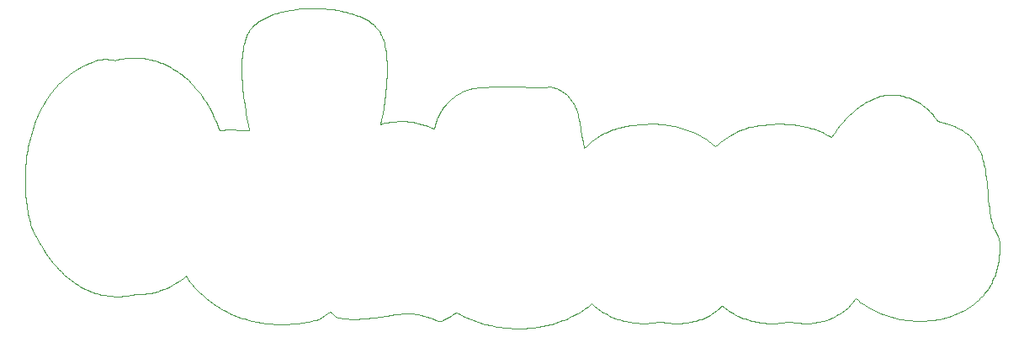
<source format=gbr>
G04 #@! TF.FileFunction,Profile,NP*
%FSLAX46Y46*%
G04 Gerber Fmt 4.6, Leading zero omitted, Abs format (unit mm)*
G04 Created by KiCad (PCBNEW 4.0.7) date 07/12/18 12:36:04*
%MOMM*%
%LPD*%
G01*
G04 APERTURE LIST*
%ADD10C,0.100000*%
G04 APERTURE END LIST*
D10*
X133049720Y-78282406D02*
X132584777Y-78285267D01*
X132584777Y-78285267D02*
X132121327Y-78302593D01*
X132121327Y-78302593D02*
X131661195Y-78334489D01*
X131661195Y-78334489D02*
X131206209Y-78381056D01*
X131206209Y-78381056D02*
X130758193Y-78442397D01*
X130758193Y-78442397D02*
X130537370Y-78478640D01*
X130537370Y-78478640D02*
X130318975Y-78518615D01*
X130318975Y-78518615D02*
X130103235Y-78562334D01*
X130103235Y-78562334D02*
X129890379Y-78609811D01*
X129890379Y-78609811D02*
X129680636Y-78661059D01*
X129680636Y-78661059D02*
X129474233Y-78716090D01*
X129474233Y-78716090D02*
X129271399Y-78774917D01*
X129271399Y-78774917D02*
X129072362Y-78837553D01*
X129072362Y-78837553D02*
X128877351Y-78904010D01*
X128877351Y-78904010D02*
X128686593Y-78974303D01*
X128686593Y-78974303D02*
X128500317Y-79048442D01*
X128500317Y-79048442D02*
X128318752Y-79126442D01*
X128318752Y-79126442D02*
X128142125Y-79208315D01*
X128142125Y-79208315D02*
X127970664Y-79294073D01*
X127970664Y-79294073D02*
X127804599Y-79383730D01*
X127804599Y-79383730D02*
X127644156Y-79477299D01*
X127644156Y-79477299D02*
X127489566Y-79574792D01*
X127489566Y-79574792D02*
X127341055Y-79676222D01*
X127341055Y-79676222D02*
X127198852Y-79781602D01*
X127198852Y-79781602D02*
X127063185Y-79890945D01*
X127063185Y-79890945D02*
X126934283Y-80004264D01*
X126934283Y-80004264D02*
X126812374Y-80121570D01*
X126812374Y-80121570D02*
X126728163Y-80211241D01*
X126728163Y-80211241D02*
X126647883Y-80306343D01*
X126647883Y-80306343D02*
X126571467Y-80406726D01*
X126571467Y-80406726D02*
X126498845Y-80512242D01*
X126498845Y-80512242D02*
X126429948Y-80622741D01*
X126429948Y-80622741D02*
X126364709Y-80738073D01*
X126364709Y-80738073D02*
X126303057Y-80858089D01*
X126303057Y-80858089D02*
X126244925Y-80982640D01*
X126244925Y-80982640D02*
X126190244Y-81111576D01*
X126190244Y-81111576D02*
X126138944Y-81244749D01*
X126138944Y-81244749D02*
X126090958Y-81382008D01*
X126090958Y-81382008D02*
X126046217Y-81523204D01*
X126046217Y-81523204D02*
X126004651Y-81668188D01*
X126004651Y-81668188D02*
X125966193Y-81816810D01*
X125966193Y-81816810D02*
X125898323Y-82124373D01*
X125898323Y-82124373D02*
X125842056Y-82444696D01*
X125842056Y-82444696D02*
X125796844Y-82776586D01*
X125796844Y-82776586D02*
X125762137Y-83118847D01*
X125762137Y-83118847D02*
X125737384Y-83470284D01*
X125737384Y-83470284D02*
X125722037Y-83829701D01*
X125722037Y-83829701D02*
X125715545Y-84195904D01*
X125715545Y-84195904D02*
X125717359Y-84567698D01*
X125717359Y-84567698D02*
X125726929Y-84943887D01*
X125726929Y-84943887D02*
X125743705Y-85323277D01*
X125743705Y-85323277D02*
X125767138Y-85704673D01*
X125767138Y-85704673D02*
X125796677Y-86086878D01*
X125796677Y-86086878D02*
X125831774Y-86468699D01*
X125831774Y-86468699D02*
X125871878Y-86848940D01*
X125871878Y-86848940D02*
X125916440Y-87226406D01*
X125916440Y-87226406D02*
X125964910Y-87599903D01*
X125964910Y-87599903D02*
X126016738Y-87968234D01*
X126016738Y-87968234D02*
X126128270Y-88684620D01*
X126128270Y-88684620D02*
X126246639Y-89366006D01*
X126246639Y-89366006D02*
X126367447Y-90002829D01*
X126367447Y-90002829D02*
X126486295Y-90585530D01*
X126486295Y-90585530D02*
X125739130Y-90546804D01*
X125739130Y-90546804D02*
X125362212Y-90532832D01*
X125362212Y-90532832D02*
X124983943Y-90524432D01*
X124983943Y-90524432D02*
X124604978Y-90523088D01*
X124604978Y-90523088D02*
X124225973Y-90530284D01*
X124225973Y-90530284D02*
X123847581Y-90547503D01*
X123847581Y-90547503D02*
X123470459Y-90576230D01*
X123470459Y-90576230D02*
X123349612Y-90245650D01*
X123349612Y-90245650D02*
X123221759Y-89917211D01*
X123221759Y-89917211D02*
X123086766Y-89591368D01*
X123086766Y-89591368D02*
X122944498Y-89268576D01*
X122944498Y-89268576D02*
X122794822Y-88949291D01*
X122794822Y-88949291D02*
X122637602Y-88633967D01*
X122637602Y-88633967D02*
X122472706Y-88323060D01*
X122472706Y-88323060D02*
X122299998Y-88017025D01*
X122299998Y-88017025D02*
X122119344Y-87716317D01*
X122119344Y-87716317D02*
X121930611Y-87421391D01*
X121930611Y-87421391D02*
X121733664Y-87132702D01*
X121733664Y-87132702D02*
X121528368Y-86850705D01*
X121528368Y-86850705D02*
X121314590Y-86575855D01*
X121314590Y-86575855D02*
X121092196Y-86308608D01*
X121092196Y-86308608D02*
X120861051Y-86049419D01*
X120861051Y-86049419D02*
X120621020Y-85798742D01*
X120621020Y-85798742D02*
X120341478Y-85527921D01*
X120341478Y-85527921D02*
X120051671Y-85268556D01*
X120051671Y-85268556D02*
X119902983Y-85143403D01*
X119902983Y-85143403D02*
X119751807Y-85021392D01*
X119751807Y-85021392D02*
X119598170Y-84902618D01*
X119598170Y-84902618D02*
X119442098Y-84787173D01*
X119442098Y-84787173D02*
X119283616Y-84675150D01*
X119283616Y-84675150D02*
X119122751Y-84566643D01*
X119122751Y-84566643D02*
X118959529Y-84461745D01*
X118959529Y-84461745D02*
X118793977Y-84360548D01*
X118793977Y-84360548D02*
X118626120Y-84263146D01*
X118626120Y-84263146D02*
X118455984Y-84169631D01*
X118455984Y-84169631D02*
X118283596Y-84080098D01*
X118283596Y-84080098D02*
X118108982Y-83994639D01*
X118108982Y-83994639D02*
X117932168Y-83913346D01*
X117932168Y-83913346D02*
X117753181Y-83836314D01*
X117753181Y-83836314D02*
X117572045Y-83763635D01*
X117572045Y-83763635D02*
X117388789Y-83695402D01*
X117388789Y-83695402D02*
X117203437Y-83631708D01*
X117203437Y-83631708D02*
X117016016Y-83572647D01*
X117016016Y-83572647D02*
X116826552Y-83518312D01*
X116826552Y-83518312D02*
X116635072Y-83468795D01*
X116635072Y-83468795D02*
X116441600Y-83424189D01*
X116441600Y-83424189D02*
X116246165Y-83384589D01*
X116246165Y-83384589D02*
X116048791Y-83350086D01*
X116048791Y-83350086D02*
X115849505Y-83320774D01*
X115849505Y-83320774D02*
X115648334Y-83296746D01*
X115648334Y-83296746D02*
X115445302Y-83278095D01*
X115445302Y-83278095D02*
X115240437Y-83264914D01*
X115240437Y-83264914D02*
X115033765Y-83257296D01*
X115033765Y-83257296D02*
X115030147Y-83257296D01*
X115030147Y-83257296D02*
X114778105Y-83257243D01*
X114778105Y-83257243D02*
X114523418Y-83267573D01*
X114523418Y-83267573D02*
X114266300Y-83287672D01*
X114266300Y-83287672D02*
X114006964Y-83316921D01*
X114006964Y-83316921D02*
X113745624Y-83354705D01*
X113745624Y-83354705D02*
X113482495Y-83400406D01*
X113482495Y-83400406D02*
X113217789Y-83453408D01*
X113217789Y-83453408D02*
X112951721Y-83513095D01*
X112951721Y-83513095D02*
X112948104Y-83513095D01*
X112948104Y-83513095D02*
X112834243Y-83502932D01*
X112834243Y-83502932D02*
X112695573Y-83480755D01*
X112695573Y-83480755D02*
X112532785Y-83453274D01*
X112532785Y-83453274D02*
X112346571Y-83427202D01*
X112346571Y-83427202D02*
X112137621Y-83409251D01*
X112137621Y-83409251D02*
X112024836Y-83405418D01*
X112024836Y-83405418D02*
X111906627Y-83406132D01*
X111906627Y-83406132D02*
X111783080Y-83412232D01*
X111783080Y-83412232D02*
X111654281Y-83424556D01*
X111654281Y-83424556D02*
X111520317Y-83443945D01*
X111520317Y-83443945D02*
X111381274Y-83471237D01*
X111381274Y-83471237D02*
X111325464Y-83485189D01*
X111325464Y-83485189D02*
X111001684Y-83587670D01*
X111001684Y-83587670D02*
X110685800Y-83700056D01*
X110685800Y-83700056D02*
X110377771Y-83822099D01*
X110377771Y-83822099D02*
X110077557Y-83953552D01*
X110077557Y-83953552D02*
X109785116Y-84094165D01*
X109785116Y-84094165D02*
X109500409Y-84243691D01*
X109500409Y-84243691D02*
X109223394Y-84401882D01*
X109223394Y-84401882D02*
X108954032Y-84568489D01*
X108954032Y-84568489D02*
X108692281Y-84743263D01*
X108692281Y-84743263D02*
X108438101Y-84925958D01*
X108438101Y-84925958D02*
X108191451Y-85116324D01*
X108191451Y-85116324D02*
X107952290Y-85314113D01*
X107952290Y-85314113D02*
X107720579Y-85519078D01*
X107720579Y-85519078D02*
X107496276Y-85730969D01*
X107496276Y-85730969D02*
X107279341Y-85949539D01*
X107279341Y-85949539D02*
X107069732Y-86174540D01*
X107069732Y-86174540D02*
X106867411Y-86405722D01*
X106867411Y-86405722D02*
X106672335Y-86642838D01*
X106672335Y-86642838D02*
X106484465Y-86885641D01*
X106484465Y-86885641D02*
X106303759Y-87133880D01*
X106303759Y-87133880D02*
X106130178Y-87387309D01*
X106130178Y-87387309D02*
X105963680Y-87645679D01*
X105963680Y-87645679D02*
X105804225Y-87908741D01*
X105804225Y-87908741D02*
X105651772Y-88176248D01*
X105651772Y-88176248D02*
X105506281Y-88447952D01*
X105506281Y-88447952D02*
X105367711Y-88723603D01*
X105367711Y-88723603D02*
X105236021Y-89002955D01*
X105236021Y-89002955D02*
X105111171Y-89285758D01*
X105111171Y-89285758D02*
X104993121Y-89571764D01*
X104993121Y-89571764D02*
X104881829Y-89860725D01*
X104881829Y-89860725D02*
X104777255Y-90152394D01*
X104777255Y-90152394D02*
X104679358Y-90446521D01*
X104679358Y-90446521D02*
X104587855Y-90742972D01*
X104587855Y-90742972D02*
X104502449Y-91041654D01*
X104502449Y-91041654D02*
X104423083Y-91342384D01*
X104423083Y-91342384D02*
X104349698Y-91644982D01*
X104349698Y-91644982D02*
X104282236Y-91949265D01*
X104282236Y-91949265D02*
X104220638Y-92255051D01*
X104220638Y-92255051D02*
X104164847Y-92562159D01*
X104164847Y-92562159D02*
X104114803Y-92870407D01*
X104114803Y-92870407D02*
X104070449Y-93179613D01*
X104070449Y-93179613D02*
X104031726Y-93489597D01*
X104031726Y-93489597D02*
X103998577Y-93800175D01*
X103998577Y-93800175D02*
X103970942Y-94111166D01*
X103970942Y-94111166D02*
X103948764Y-94422389D01*
X103948764Y-94422389D02*
X103931984Y-94733662D01*
X103931984Y-94733662D02*
X103920544Y-95044802D01*
X103920544Y-95044802D02*
X103914386Y-95355629D01*
X103914386Y-95355629D02*
X103913451Y-95665961D01*
X103913451Y-95665961D02*
X103917682Y-95975615D01*
X103917682Y-95975615D02*
X103927019Y-96284411D01*
X103927019Y-96284411D02*
X103941405Y-96592166D01*
X103941405Y-96592166D02*
X103960781Y-96898699D01*
X103960781Y-96898699D02*
X103985088Y-97203828D01*
X103985088Y-97203828D02*
X104014270Y-97507371D01*
X104014270Y-97507371D02*
X104048267Y-97809147D01*
X104048267Y-97809147D02*
X104087021Y-98108974D01*
X104087021Y-98108974D02*
X104130474Y-98406670D01*
X104130474Y-98406670D02*
X104178568Y-98702053D01*
X104178568Y-98702053D02*
X104231244Y-98994942D01*
X104231244Y-98994942D02*
X104288444Y-99285155D01*
X104288444Y-99285155D02*
X104350109Y-99572510D01*
X104350109Y-99572510D02*
X104416183Y-99856826D01*
X104416183Y-99856826D02*
X104486605Y-100137920D01*
X104486605Y-100137920D02*
X104509728Y-100210936D01*
X104509728Y-100210936D02*
X104539315Y-100281581D01*
X104539315Y-100281581D02*
X104725108Y-100671887D01*
X104725108Y-100671887D02*
X104918723Y-101059277D01*
X104918723Y-101059277D02*
X105120406Y-101442933D01*
X105120406Y-101442933D02*
X105330400Y-101822036D01*
X105330400Y-101822036D02*
X105548950Y-102195770D01*
X105548950Y-102195770D02*
X105776301Y-102563315D01*
X105776301Y-102563315D02*
X106012696Y-102923853D01*
X106012696Y-102923853D02*
X106258382Y-103276568D01*
X106258382Y-103276568D02*
X106513602Y-103620640D01*
X106513602Y-103620640D02*
X106778601Y-103955253D01*
X106778601Y-103955253D02*
X107053624Y-104279587D01*
X107053624Y-104279587D02*
X107338914Y-104592825D01*
X107338914Y-104592825D02*
X107485486Y-104745027D01*
X107485486Y-104745027D02*
X107634717Y-104894149D01*
X107634717Y-104894149D02*
X107786637Y-105040087D01*
X107786637Y-105040087D02*
X107941277Y-105182740D01*
X107941277Y-105182740D02*
X108098667Y-105322006D01*
X108098667Y-105322006D02*
X108258839Y-105457782D01*
X108258839Y-105457782D02*
X108421822Y-105589966D01*
X108421822Y-105589966D02*
X108587647Y-105718456D01*
X108587647Y-105718456D02*
X108753923Y-105841138D01*
X108753923Y-105841138D02*
X108923228Y-105959687D01*
X108923228Y-105959687D02*
X109095527Y-106073998D01*
X109095527Y-106073998D02*
X109270787Y-106183964D01*
X109270787Y-106183964D02*
X109448972Y-106289478D01*
X109448972Y-106289478D02*
X109630050Y-106390435D01*
X109630050Y-106390435D02*
X109813985Y-106486727D01*
X109813985Y-106486727D02*
X110000743Y-106578249D01*
X110000743Y-106578249D02*
X110190291Y-106664893D01*
X110190291Y-106664893D02*
X110382594Y-106746553D01*
X110382594Y-106746553D02*
X110577617Y-106823123D01*
X110577617Y-106823123D02*
X110775327Y-106894497D01*
X110775327Y-106894497D02*
X110975689Y-106960567D01*
X110975689Y-106960567D02*
X111178669Y-107021228D01*
X111178669Y-107021228D02*
X111384233Y-107076372D01*
X111384233Y-107076372D02*
X111592346Y-107125894D01*
X111592346Y-107125894D02*
X111802975Y-107169687D01*
X111802975Y-107169687D02*
X112016085Y-107207644D01*
X112016085Y-107207644D02*
X112231642Y-107239659D01*
X112231642Y-107239659D02*
X112449612Y-107265626D01*
X112449612Y-107265626D02*
X112669960Y-107285438D01*
X112669960Y-107285438D02*
X112892653Y-107298989D01*
X112892653Y-107298989D02*
X113117656Y-107306172D01*
X113117656Y-107306172D02*
X113344934Y-107306880D01*
X113344934Y-107306880D02*
X113574454Y-107301008D01*
X113574454Y-107301008D02*
X113806182Y-107288448D01*
X113806182Y-107288448D02*
X114040083Y-107269095D01*
X114040083Y-107269095D02*
X114276123Y-107242841D01*
X114276123Y-107242841D02*
X114514267Y-107209581D01*
X114514267Y-107209581D02*
X114754482Y-107169208D01*
X114754482Y-107169208D02*
X114996734Y-107121615D01*
X114996734Y-107121615D02*
X115240987Y-107066696D01*
X115240987Y-107066696D02*
X115423777Y-107069012D01*
X115423777Y-107069012D02*
X115604369Y-107066559D01*
X115604369Y-107066559D02*
X115782777Y-107059430D01*
X115782777Y-107059430D02*
X115959020Y-107047721D01*
X115959020Y-107047721D02*
X116133112Y-107031525D01*
X116133112Y-107031525D02*
X116305072Y-107010936D01*
X116305072Y-107010936D02*
X116474914Y-106986048D01*
X116474914Y-106986048D02*
X116642656Y-106956954D01*
X116642656Y-106956954D02*
X116808314Y-106923750D01*
X116808314Y-106923750D02*
X116971904Y-106886528D01*
X116971904Y-106886528D02*
X117133443Y-106845383D01*
X117133443Y-106845383D02*
X117292947Y-106800409D01*
X117292947Y-106800409D02*
X117450432Y-106751700D01*
X117450432Y-106751700D02*
X117605916Y-106699349D01*
X117605916Y-106699349D02*
X117910943Y-106584099D01*
X117910943Y-106584099D02*
X118208159Y-106455411D01*
X118208159Y-106455411D02*
X118497696Y-106314038D01*
X118497696Y-106314038D02*
X118779684Y-106160730D01*
X118779684Y-106160730D02*
X119054256Y-105996239D01*
X119054256Y-105996239D02*
X119321542Y-105821317D01*
X119321542Y-105821317D02*
X119581674Y-105636716D01*
X119581674Y-105636716D02*
X119834783Y-105443188D01*
X119834783Y-105443188D02*
X120081002Y-105241484D01*
X120081002Y-105241484D02*
X120208603Y-105429685D01*
X120208603Y-105429685D02*
X120340127Y-105614549D01*
X120340127Y-105614549D02*
X120475510Y-105796054D01*
X120475510Y-105796054D02*
X120614687Y-105974177D01*
X120614687Y-105974177D02*
X120757592Y-106148896D01*
X120757592Y-106148896D02*
X120904161Y-106320188D01*
X120904161Y-106320188D02*
X121054328Y-106488029D01*
X121054328Y-106488029D02*
X121208029Y-106652398D01*
X121208029Y-106652398D02*
X121365199Y-106813272D01*
X121365199Y-106813272D02*
X121525772Y-106970629D01*
X121525772Y-106970629D02*
X121689684Y-107124444D01*
X121689684Y-107124444D02*
X121856870Y-107274697D01*
X121856870Y-107274697D02*
X122027264Y-107421364D01*
X122027264Y-107421364D02*
X122200803Y-107564422D01*
X122200803Y-107564422D02*
X122377419Y-107703849D01*
X122377419Y-107703849D02*
X122557050Y-107839623D01*
X122557050Y-107839623D02*
X122739629Y-107971720D01*
X122739629Y-107971720D02*
X122925092Y-108100118D01*
X122925092Y-108100118D02*
X123113374Y-108224794D01*
X123113374Y-108224794D02*
X123304409Y-108345726D01*
X123304409Y-108345726D02*
X123498133Y-108462891D01*
X123498133Y-108462891D02*
X123694482Y-108576267D01*
X123694482Y-108576267D02*
X123893388Y-108685830D01*
X123893388Y-108685830D02*
X124094789Y-108791557D01*
X124094789Y-108791557D02*
X124298619Y-108893428D01*
X124298619Y-108893428D02*
X124504812Y-108991418D01*
X124504812Y-108991418D02*
X124713304Y-109085505D01*
X124713304Y-109085505D02*
X124924030Y-109175666D01*
X124924030Y-109175666D02*
X125136925Y-109261879D01*
X125136925Y-109261879D02*
X125351924Y-109344122D01*
X125351924Y-109344122D02*
X125568962Y-109422370D01*
X125568962Y-109422370D02*
X125787974Y-109496603D01*
X125787974Y-109496603D02*
X126008895Y-109566796D01*
X126008895Y-109566796D02*
X126231659Y-109632928D01*
X126231659Y-109632928D02*
X126456203Y-109694976D01*
X126456203Y-109694976D02*
X126682460Y-109752917D01*
X126682460Y-109752917D02*
X126910367Y-109806728D01*
X126910367Y-109806728D02*
X127139857Y-109856387D01*
X127139857Y-109856387D02*
X127370867Y-109901871D01*
X127370867Y-109901871D02*
X127603330Y-109943158D01*
X127603330Y-109943158D02*
X127837183Y-109980225D01*
X127837183Y-109980225D02*
X128072359Y-110013049D01*
X128072359Y-110013049D02*
X128308795Y-110041607D01*
X128308795Y-110041607D02*
X128546425Y-110065878D01*
X128546425Y-110065878D02*
X128785184Y-110085837D01*
X128785184Y-110085837D02*
X129025007Y-110101464D01*
X129025007Y-110101464D02*
X129265829Y-110112734D01*
X129265829Y-110112734D02*
X129507585Y-110119625D01*
X129507585Y-110119625D02*
X129750210Y-110122115D01*
X129750210Y-110122115D02*
X129993639Y-110120181D01*
X129993639Y-110120181D02*
X130237808Y-110113800D01*
X130237808Y-110113800D02*
X130482651Y-110102950D01*
X130482651Y-110102950D02*
X130728103Y-110087608D01*
X130728103Y-110087608D02*
X130974099Y-110067751D01*
X130974099Y-110067751D02*
X131220574Y-110043357D01*
X131220574Y-110043357D02*
X131467464Y-110014403D01*
X131467464Y-110014403D02*
X131714702Y-109980866D01*
X131714702Y-109980866D02*
X131962225Y-109942724D01*
X131962225Y-109942724D02*
X132209968Y-109899955D01*
X132209968Y-109899955D02*
X132457864Y-109852534D01*
X132457864Y-109852534D02*
X132705850Y-109800440D01*
X132705850Y-109800440D02*
X132953860Y-109743651D01*
X132953860Y-109743651D02*
X133201830Y-109682142D01*
X133201830Y-109682142D02*
X133449693Y-109615893D01*
X133449693Y-109615893D02*
X133524624Y-109591399D01*
X133524624Y-109591399D02*
X133596971Y-109560084D01*
X133596971Y-109560084D02*
X133734748Y-109487432D01*
X133734748Y-109487432D02*
X133867267Y-109408022D01*
X133867267Y-109408022D02*
X133995559Y-109323155D01*
X133995559Y-109323155D02*
X134120661Y-109234129D01*
X134120661Y-109234129D02*
X134365425Y-109048806D01*
X134365425Y-109048806D02*
X134609830Y-108862452D01*
X134609830Y-108862452D02*
X134755089Y-108987899D01*
X134755089Y-108987899D02*
X134899191Y-109114632D01*
X134899191Y-109114632D02*
X135046665Y-109237102D01*
X135046665Y-109237102D02*
X135123083Y-109295004D01*
X135123083Y-109295004D02*
X135202042Y-109349759D01*
X135202042Y-109349759D02*
X135282963Y-109397188D01*
X135282963Y-109397188D02*
X135368343Y-109435335D01*
X135368343Y-109435335D02*
X135457389Y-109463897D01*
X135457389Y-109463897D02*
X135549308Y-109482569D01*
X135549308Y-109482569D02*
X135944052Y-109532780D01*
X135944052Y-109532780D02*
X136328315Y-109567611D01*
X136328315Y-109567611D02*
X136702478Y-109588385D01*
X136702478Y-109588385D02*
X137066922Y-109596426D01*
X137066922Y-109596426D02*
X137422028Y-109593057D01*
X137422028Y-109593057D02*
X137768176Y-109579600D01*
X137768176Y-109579600D02*
X138105748Y-109557379D01*
X138105748Y-109557379D02*
X138435125Y-109527717D01*
X138435125Y-109527717D02*
X138756687Y-109491936D01*
X138756687Y-109491936D02*
X139070816Y-109451360D01*
X139070816Y-109451360D02*
X139678297Y-109361115D01*
X139678297Y-109361115D02*
X140260616Y-109267564D01*
X140260616Y-109267564D02*
X140820821Y-109181294D01*
X140820821Y-109181294D02*
X141093474Y-109143591D01*
X141093474Y-109143591D02*
X141361956Y-109110304D01*
X141361956Y-109110304D02*
X141627296Y-109082508D01*
X141627296Y-109082508D02*
X141890520Y-109061279D01*
X141890520Y-109061279D02*
X142152656Y-109047693D01*
X142152656Y-109047693D02*
X142414732Y-109042826D01*
X142414732Y-109042826D02*
X142677776Y-109047755D01*
X142677776Y-109047755D02*
X142942815Y-109063555D01*
X142942815Y-109063555D02*
X143210876Y-109091303D01*
X143210876Y-109091303D02*
X143482989Y-109132075D01*
X143482989Y-109132075D02*
X143760180Y-109186946D01*
X143760180Y-109186946D02*
X144043476Y-109256993D01*
X144043476Y-109256993D02*
X144333906Y-109343292D01*
X144333906Y-109343292D02*
X144632498Y-109446918D01*
X144632498Y-109446918D02*
X144940278Y-109568949D01*
X144940278Y-109568949D02*
X145258275Y-109710460D01*
X145258275Y-109710460D02*
X145340469Y-109743918D01*
X145340469Y-109743918D02*
X145425003Y-109768480D01*
X145425003Y-109768480D02*
X145511173Y-109784129D01*
X145511173Y-109784129D02*
X145598275Y-109790845D01*
X145598275Y-109790845D02*
X145685608Y-109788612D01*
X145685608Y-109788612D02*
X145772467Y-109777410D01*
X145772467Y-109777410D02*
X145858151Y-109757223D01*
X145858151Y-109757223D02*
X145941956Y-109728031D01*
X145941956Y-109728031D02*
X146130111Y-109645008D01*
X146130111Y-109645008D02*
X146310142Y-109554362D01*
X146310142Y-109554362D02*
X146483391Y-109457369D01*
X146483391Y-109457369D02*
X146651198Y-109355307D01*
X146651198Y-109355307D02*
X146814905Y-109249450D01*
X146814905Y-109249450D02*
X146975854Y-109141076D01*
X146975854Y-109141076D02*
X147294844Y-108921880D01*
X147294844Y-108921880D02*
X147510114Y-109038178D01*
X147510114Y-109038178D02*
X147726795Y-109149998D01*
X147726795Y-109149998D02*
X147944817Y-109257358D01*
X147944817Y-109257358D02*
X148164106Y-109360273D01*
X148164106Y-109360273D02*
X148384590Y-109458762D01*
X148384590Y-109458762D02*
X148606197Y-109552842D01*
X148606197Y-109552842D02*
X148828856Y-109642529D01*
X148828856Y-109642529D02*
X149052494Y-109727842D01*
X149052494Y-109727842D02*
X149277038Y-109808796D01*
X149277038Y-109808796D02*
X149502417Y-109885410D01*
X149502417Y-109885410D02*
X149728558Y-109957701D01*
X149728558Y-109957701D02*
X149955390Y-110025685D01*
X149955390Y-110025685D02*
X150182840Y-110089380D01*
X150182840Y-110089380D02*
X150410836Y-110148803D01*
X150410836Y-110148803D02*
X150639306Y-110203972D01*
X150639306Y-110203972D02*
X150868177Y-110254902D01*
X150868177Y-110254902D02*
X151097378Y-110301612D01*
X151097378Y-110301612D02*
X151326836Y-110344119D01*
X151326836Y-110344119D02*
X151556480Y-110382440D01*
X151556480Y-110382440D02*
X151786236Y-110416592D01*
X151786236Y-110416592D02*
X152016034Y-110446592D01*
X152016034Y-110446592D02*
X152245800Y-110472457D01*
X152245800Y-110472457D02*
X152475463Y-110494205D01*
X152475463Y-110494205D02*
X152704950Y-110511853D01*
X152704950Y-110511853D02*
X152934189Y-110525418D01*
X152934189Y-110525418D02*
X153163109Y-110534917D01*
X153163109Y-110534917D02*
X153391636Y-110540367D01*
X153391636Y-110540367D02*
X153619700Y-110541785D01*
X153619700Y-110541785D02*
X153847227Y-110539189D01*
X153847227Y-110539189D02*
X154074145Y-110532596D01*
X154074145Y-110532596D02*
X154300383Y-110522023D01*
X154300383Y-110522023D02*
X154525868Y-110507487D01*
X154525868Y-110507487D02*
X154750528Y-110489005D01*
X154750528Y-110489005D02*
X154974291Y-110466595D01*
X154974291Y-110466595D02*
X155197084Y-110440273D01*
X155197084Y-110440273D02*
X155418836Y-110410057D01*
X155418836Y-110410057D02*
X155639475Y-110375964D01*
X155639475Y-110375964D02*
X155858927Y-110338011D01*
X155858927Y-110338011D02*
X156077122Y-110296216D01*
X156077122Y-110296216D02*
X156293986Y-110250595D01*
X156293986Y-110250595D02*
X156509449Y-110201165D01*
X156509449Y-110201165D02*
X156723437Y-110147945D01*
X156723437Y-110147945D02*
X156935878Y-110090950D01*
X156935878Y-110090950D02*
X157146701Y-110030199D01*
X157146701Y-110030199D02*
X157355833Y-109965708D01*
X157355833Y-109965708D02*
X157563201Y-109897494D01*
X157563201Y-109897494D02*
X157768735Y-109825575D01*
X157768735Y-109825575D02*
X157972361Y-109749968D01*
X157972361Y-109749968D02*
X158174008Y-109670691D01*
X158174008Y-109670691D02*
X158373603Y-109587759D01*
X158373603Y-109587759D02*
X158571074Y-109501190D01*
X158571074Y-109501190D02*
X158766350Y-109411003D01*
X158766350Y-109411003D02*
X158959357Y-109317213D01*
X158959357Y-109317213D02*
X159150024Y-109219837D01*
X159150024Y-109219837D02*
X159338278Y-109118894D01*
X159338278Y-109118894D02*
X159524048Y-109014400D01*
X159524048Y-109014400D02*
X159707261Y-108906373D01*
X159707261Y-108906373D02*
X159887845Y-108794829D01*
X159887845Y-108794829D02*
X160065728Y-108679786D01*
X160065728Y-108679786D02*
X160240838Y-108561260D01*
X160240838Y-108561260D02*
X160413102Y-108439270D01*
X160413102Y-108439270D02*
X160582449Y-108313832D01*
X160582449Y-108313832D02*
X160748806Y-108184964D01*
X160748806Y-108184964D02*
X160912102Y-108052682D01*
X160912102Y-108052682D02*
X161076429Y-108192718D01*
X161076429Y-108192718D02*
X161244466Y-108328520D01*
X161244466Y-108328520D02*
X161416179Y-108459972D01*
X161416179Y-108459972D02*
X161591531Y-108586957D01*
X161591531Y-108586957D02*
X161770489Y-108709361D01*
X161770489Y-108709361D02*
X161953018Y-108827066D01*
X161953018Y-108827066D02*
X162139083Y-108939956D01*
X162139083Y-108939956D02*
X162328649Y-109047915D01*
X162328649Y-109047915D02*
X162521682Y-109150828D01*
X162521682Y-109150828D02*
X162718147Y-109248577D01*
X162718147Y-109248577D02*
X162918008Y-109341048D01*
X162918008Y-109341048D02*
X163121232Y-109428123D01*
X163121232Y-109428123D02*
X163327784Y-109509686D01*
X163327784Y-109509686D02*
X163537628Y-109585622D01*
X163537628Y-109585622D02*
X163750731Y-109655814D01*
X163750731Y-109655814D02*
X163967057Y-109720146D01*
X163967057Y-109720146D02*
X164186571Y-109778502D01*
X164186571Y-109778502D02*
X164409239Y-109830766D01*
X164409239Y-109830766D02*
X164635027Y-109876821D01*
X164635027Y-109876821D02*
X164863899Y-109916553D01*
X164863899Y-109916553D02*
X165095820Y-109949843D01*
X165095820Y-109949843D02*
X165330756Y-109976577D01*
X165330756Y-109976577D02*
X165568672Y-109996637D01*
X165568672Y-109996637D02*
X165809534Y-110009909D01*
X165809534Y-110009909D02*
X166053307Y-110016276D01*
X166053307Y-110016276D02*
X166299955Y-110015621D01*
X166299955Y-110015621D02*
X166549444Y-110007829D01*
X166549444Y-110007829D02*
X166801740Y-109992783D01*
X166801740Y-109992783D02*
X167056808Y-109970367D01*
X167056808Y-109970367D02*
X167314612Y-109940466D01*
X167314612Y-109940466D02*
X167575119Y-109902962D01*
X167575119Y-109902962D02*
X167838292Y-109857741D01*
X167838292Y-109857741D02*
X168087942Y-109903824D01*
X168087942Y-109903824D02*
X168334173Y-109942614D01*
X168334173Y-109942614D02*
X168576968Y-109974219D01*
X168576968Y-109974219D02*
X168816306Y-109998745D01*
X168816306Y-109998745D02*
X169052170Y-110016298D01*
X169052170Y-110016298D02*
X169284542Y-110026986D01*
X169284542Y-110026986D02*
X169513401Y-110030916D01*
X169513401Y-110030916D02*
X169738730Y-110028195D01*
X169738730Y-110028195D02*
X169960510Y-110018929D01*
X169960510Y-110018929D02*
X170178722Y-110003226D01*
X170178722Y-110003226D02*
X170393348Y-109981192D01*
X170393348Y-109981192D02*
X170604369Y-109952934D01*
X170604369Y-109952934D02*
X170811766Y-109918560D01*
X170811766Y-109918560D02*
X171015520Y-109878175D01*
X171015520Y-109878175D02*
X171215613Y-109831888D01*
X171215613Y-109831888D02*
X171412027Y-109779804D01*
X171412027Y-109779804D02*
X171604742Y-109722031D01*
X171604742Y-109722031D02*
X171793740Y-109658676D01*
X171793740Y-109658676D02*
X171979002Y-109589846D01*
X171979002Y-109589846D02*
X172160509Y-109515647D01*
X172160509Y-109515647D02*
X172338243Y-109436187D01*
X172338243Y-109436187D02*
X172512186Y-109351572D01*
X172512186Y-109351572D02*
X172682318Y-109261909D01*
X172682318Y-109261909D02*
X172848620Y-109167305D01*
X172848620Y-109167305D02*
X173011075Y-109067868D01*
X173011075Y-109067868D02*
X173169663Y-108963703D01*
X173169663Y-108963703D02*
X173324366Y-108854919D01*
X173324366Y-108854919D02*
X173475165Y-108741621D01*
X173475165Y-108741621D02*
X173622042Y-108623917D01*
X173622042Y-108623917D02*
X173764977Y-108501913D01*
X173764977Y-108501913D02*
X173903952Y-108375717D01*
X173903952Y-108375717D02*
X174038948Y-108245436D01*
X174038948Y-108245436D02*
X174201707Y-108374297D01*
X174201707Y-108374297D02*
X174367825Y-108499146D01*
X174367825Y-108499146D02*
X174537274Y-108619879D01*
X174537274Y-108619879D02*
X174710022Y-108736390D01*
X174710022Y-108736390D02*
X174886041Y-108848574D01*
X174886041Y-108848574D02*
X175065300Y-108956327D01*
X175065300Y-108956327D02*
X175247770Y-109059542D01*
X175247770Y-109059542D02*
X175433419Y-109158114D01*
X175433419Y-109158114D02*
X175622219Y-109251939D01*
X175622219Y-109251939D02*
X175814139Y-109340911D01*
X175814139Y-109340911D02*
X176009150Y-109424926D01*
X176009150Y-109424926D02*
X176207221Y-109503877D01*
X176207221Y-109503877D02*
X176408322Y-109577661D01*
X176408322Y-109577661D02*
X176612424Y-109646171D01*
X176612424Y-109646171D02*
X176819496Y-109709302D01*
X176819496Y-109709302D02*
X177029508Y-109766950D01*
X177029508Y-109766950D02*
X177242431Y-109819010D01*
X177242431Y-109819010D02*
X177458235Y-109865375D01*
X177458235Y-109865375D02*
X177676889Y-109905941D01*
X177676889Y-109905941D02*
X177898364Y-109940603D01*
X177898364Y-109940603D02*
X178122629Y-109969256D01*
X178122629Y-109969256D02*
X178349655Y-109991794D01*
X178349655Y-109991794D02*
X178579411Y-110008112D01*
X178579411Y-110008112D02*
X178811868Y-110018106D01*
X178811868Y-110018106D02*
X179046996Y-110021669D01*
X179046996Y-110021669D02*
X179284764Y-110018698D01*
X179284764Y-110018698D02*
X179525144Y-110009086D01*
X179525144Y-110009086D02*
X179768104Y-109992728D01*
X179768104Y-109992728D02*
X180013614Y-109969520D01*
X180013614Y-109969520D02*
X180261646Y-109939356D01*
X180261646Y-109939356D02*
X180512168Y-109902131D01*
X180512168Y-109902131D02*
X180765151Y-109857741D01*
X180765151Y-109857741D02*
X181050376Y-109908634D01*
X181050376Y-109908634D02*
X181331032Y-109949889D01*
X181331032Y-109949889D02*
X181607097Y-109981674D01*
X181607097Y-109981674D02*
X181878550Y-110004155D01*
X181878550Y-110004155D02*
X182145369Y-110017502D01*
X182145369Y-110017502D02*
X182407534Y-110021881D01*
X182407534Y-110021881D02*
X182665022Y-110017460D01*
X182665022Y-110017460D02*
X182917812Y-110004408D01*
X182917812Y-110004408D02*
X183165883Y-109982890D01*
X183165883Y-109982890D02*
X183409214Y-109953076D01*
X183409214Y-109953076D02*
X183647782Y-109915133D01*
X183647782Y-109915133D02*
X183881568Y-109869228D01*
X183881568Y-109869228D02*
X184110548Y-109815530D01*
X184110548Y-109815530D02*
X184334702Y-109754206D01*
X184334702Y-109754206D02*
X184554009Y-109685423D01*
X184554009Y-109685423D02*
X184768446Y-109609349D01*
X184768446Y-109609349D02*
X184977993Y-109526153D01*
X184977993Y-109526153D02*
X185182628Y-109436001D01*
X185182628Y-109436001D02*
X185382330Y-109339062D01*
X185382330Y-109339062D02*
X185577077Y-109235502D01*
X185577077Y-109235502D02*
X185766848Y-109125490D01*
X185766848Y-109125490D02*
X185951621Y-109009194D01*
X185951621Y-109009194D02*
X186131375Y-108886781D01*
X186131375Y-108886781D02*
X186306089Y-108758418D01*
X186306089Y-108758418D02*
X186475742Y-108624274D01*
X186475742Y-108624274D02*
X186640311Y-108484516D01*
X186640311Y-108484516D02*
X186799775Y-108339312D01*
X186799775Y-108339312D02*
X186954113Y-108188829D01*
X186954113Y-108188829D02*
X187103304Y-108033236D01*
X187103304Y-108033236D02*
X187247327Y-107872699D01*
X187247327Y-107872699D02*
X187386158Y-107707387D01*
X187386158Y-107707387D02*
X187519779Y-107537466D01*
X187519779Y-107537466D02*
X187745186Y-107716552D01*
X187745186Y-107716552D02*
X187976251Y-107888499D01*
X187976251Y-107888499D02*
X188212713Y-108053266D01*
X188212713Y-108053266D02*
X188454315Y-108210813D01*
X188454315Y-108210813D02*
X188700797Y-108361099D01*
X188700797Y-108361099D02*
X188951900Y-108504083D01*
X188951900Y-108504083D02*
X189207365Y-108639724D01*
X189207365Y-108639724D02*
X189466935Y-108767982D01*
X189466935Y-108767982D02*
X189730349Y-108888815D01*
X189730349Y-108888815D02*
X189997349Y-109002182D01*
X189997349Y-109002182D02*
X190267676Y-109108044D01*
X190267676Y-109108044D02*
X190541071Y-109206359D01*
X190541071Y-109206359D02*
X190817275Y-109297086D01*
X190817275Y-109297086D02*
X191096030Y-109380184D01*
X191096030Y-109380184D02*
X191377077Y-109455613D01*
X191377077Y-109455613D02*
X191660156Y-109523332D01*
X191660156Y-109523332D02*
X191945009Y-109583300D01*
X191945009Y-109583300D02*
X192231377Y-109635476D01*
X192231377Y-109635476D02*
X192519001Y-109679820D01*
X192519001Y-109679820D02*
X192807623Y-109716290D01*
X192807623Y-109716290D02*
X193096983Y-109744846D01*
X193096983Y-109744846D02*
X193386823Y-109765446D01*
X193386823Y-109765446D02*
X193676883Y-109778051D01*
X193676883Y-109778051D02*
X193966905Y-109782619D01*
X193966905Y-109782619D02*
X194256630Y-109779110D01*
X194256630Y-109779110D02*
X194545799Y-109767482D01*
X194545799Y-109767482D02*
X194834154Y-109747694D01*
X194834154Y-109747694D02*
X195121435Y-109719707D01*
X195121435Y-109719707D02*
X195407383Y-109683479D01*
X195407383Y-109683479D02*
X195691740Y-109638970D01*
X195691740Y-109638970D02*
X195974247Y-109586138D01*
X195974247Y-109586138D02*
X196254645Y-109524942D01*
X196254645Y-109524942D02*
X196561826Y-109447473D01*
X196561826Y-109447473D02*
X196865738Y-109359544D01*
X196865738Y-109359544D02*
X197165879Y-109261061D01*
X197165879Y-109261061D02*
X197461744Y-109151928D01*
X197461744Y-109151928D02*
X197752832Y-109032048D01*
X197752832Y-109032048D02*
X198038641Y-108901327D01*
X198038641Y-108901327D02*
X198318666Y-108759668D01*
X198318666Y-108759668D02*
X198592407Y-108606977D01*
X198592407Y-108606977D02*
X198859359Y-108443157D01*
X198859359Y-108443157D02*
X199119020Y-108268112D01*
X199119020Y-108268112D02*
X199370888Y-108081748D01*
X199370888Y-108081748D02*
X199614460Y-107883968D01*
X199614460Y-107883968D02*
X199849233Y-107674676D01*
X199849233Y-107674676D02*
X200074704Y-107453778D01*
X200074704Y-107453778D02*
X200290371Y-107221177D01*
X200290371Y-107221177D02*
X200495731Y-106976777D01*
X200495731Y-106976777D02*
X200594270Y-106850167D01*
X200594270Y-106850167D02*
X200689818Y-106720681D01*
X200689818Y-106720681D02*
X200782329Y-106588341D01*
X200782329Y-106588341D02*
X200871756Y-106453168D01*
X200871756Y-106453168D02*
X200958054Y-106315184D01*
X200958054Y-106315184D02*
X201041176Y-106174411D01*
X201041176Y-106174411D02*
X201121076Y-106030871D01*
X201121076Y-106030871D02*
X201197708Y-105884586D01*
X201197708Y-105884586D02*
X201271026Y-105735576D01*
X201271026Y-105735576D02*
X201340984Y-105583865D01*
X201340984Y-105583865D02*
X201407535Y-105429473D01*
X201407535Y-105429473D02*
X201470633Y-105272423D01*
X201470633Y-105272423D02*
X201530232Y-105112735D01*
X201530232Y-105112735D02*
X201586287Y-104950432D01*
X201586287Y-104950432D02*
X201638750Y-104785536D01*
X201638750Y-104785536D02*
X201687577Y-104618069D01*
X201687577Y-104618069D02*
X201732719Y-104448051D01*
X201732719Y-104448051D02*
X201774133Y-104275505D01*
X201774133Y-104275505D02*
X201811770Y-104100452D01*
X201811770Y-104100452D02*
X201845586Y-103922915D01*
X201845586Y-103922915D02*
X201875533Y-103742914D01*
X201875533Y-103742914D02*
X201901567Y-103560473D01*
X201901567Y-103560473D02*
X201923640Y-103375611D01*
X201923640Y-103375611D02*
X201941707Y-103188352D01*
X201941707Y-103188352D02*
X201955721Y-102998717D01*
X201955721Y-102998717D02*
X201965636Y-102806727D01*
X201965636Y-102806727D02*
X201971406Y-102612405D01*
X201971406Y-102612405D02*
X201972986Y-102415772D01*
X201972986Y-102415772D02*
X201970328Y-102216849D01*
X201970328Y-102216849D02*
X201963386Y-102015659D01*
X201963386Y-102015659D02*
X201952116Y-101812224D01*
X201952116Y-101812224D02*
X201936469Y-101606564D01*
X201936469Y-101606564D02*
X201920347Y-101498726D01*
X201920347Y-101498726D02*
X201890733Y-101394246D01*
X201890733Y-101394246D02*
X201848072Y-101294380D01*
X201848072Y-101294380D02*
X201792808Y-101200386D01*
X201792808Y-101200386D02*
X201701590Y-101058821D01*
X201701590Y-101058821D02*
X201616760Y-100911924D01*
X201616760Y-100911924D02*
X201538023Y-100759875D01*
X201538023Y-100759875D02*
X201465085Y-100602853D01*
X201465085Y-100602853D02*
X201397653Y-100441039D01*
X201397653Y-100441039D02*
X201335432Y-100274610D01*
X201335432Y-100274610D02*
X201278128Y-100103746D01*
X201278128Y-100103746D02*
X201225448Y-99928628D01*
X201225448Y-99928628D02*
X201177097Y-99749433D01*
X201177097Y-99749433D02*
X201132780Y-99566342D01*
X201132780Y-99566342D02*
X201092205Y-99379534D01*
X201092205Y-99379534D02*
X201055077Y-99189187D01*
X201055077Y-99189187D02*
X200989986Y-98798598D01*
X200989986Y-98798598D02*
X200935155Y-98396010D01*
X200935155Y-98396010D02*
X200888231Y-97982857D01*
X200888231Y-97982857D02*
X200846862Y-97560575D01*
X200846862Y-97560575D02*
X200771382Y-96694359D01*
X200771382Y-96694359D02*
X200732565Y-96253296D01*
X200732565Y-96253296D02*
X200689894Y-95808842D01*
X200689894Y-95808842D02*
X200641016Y-95362431D01*
X200641016Y-95362431D02*
X200583580Y-94915500D01*
X200583580Y-94915500D02*
X200550534Y-94692013D01*
X200550534Y-94692013D02*
X200513550Y-94468487D01*
X200513550Y-94468487D02*
X200472112Y-94245248D01*
X200472112Y-94245248D02*
X200425703Y-94022626D01*
X200425703Y-94022626D02*
X200373808Y-93800950D01*
X200373808Y-93800950D02*
X200315910Y-93580546D01*
X200315910Y-93580546D02*
X200251494Y-93361745D01*
X200251494Y-93361745D02*
X200180042Y-93144874D01*
X200180042Y-93144874D02*
X200101039Y-92930262D01*
X200101039Y-92930262D02*
X200013968Y-92718237D01*
X200013968Y-92718237D02*
X199918314Y-92509128D01*
X199918314Y-92509128D02*
X199813560Y-92303263D01*
X199813560Y-92303263D02*
X199699190Y-92100970D01*
X199699190Y-92100970D02*
X199574687Y-91902577D01*
X199574687Y-91902577D02*
X199439536Y-91708414D01*
X199439536Y-91708414D02*
X199293221Y-91518809D01*
X199293221Y-91518809D02*
X199148427Y-91350537D01*
X199148427Y-91350537D02*
X198993076Y-91189173D01*
X198993076Y-91189173D02*
X198827269Y-91034747D01*
X198827269Y-91034747D02*
X198651110Y-90887287D01*
X198651110Y-90887287D02*
X198464703Y-90746824D01*
X198464703Y-90746824D02*
X198268150Y-90613386D01*
X198268150Y-90613386D02*
X198061555Y-90487003D01*
X198061555Y-90487003D02*
X197845021Y-90367705D01*
X197845021Y-90367705D02*
X197618651Y-90255521D01*
X197618651Y-90255521D02*
X197382549Y-90150480D01*
X197382549Y-90150480D02*
X197136818Y-90052612D01*
X197136818Y-90052612D02*
X196881560Y-89961946D01*
X196881560Y-89961946D02*
X196616880Y-89878511D01*
X196616880Y-89878511D02*
X196342881Y-89802338D01*
X196342881Y-89802338D02*
X196059665Y-89733455D01*
X196059665Y-89733455D02*
X195767336Y-89671893D01*
X195767336Y-89671893D02*
X195660084Y-89508986D01*
X195660084Y-89508986D02*
X195547690Y-89349949D01*
X195547690Y-89349949D02*
X195430301Y-89194909D01*
X195430301Y-89194909D02*
X195308064Y-89043991D01*
X195308064Y-89043991D02*
X195181125Y-88897319D01*
X195181125Y-88897319D02*
X195049632Y-88755020D01*
X195049632Y-88755020D02*
X194913730Y-88617219D01*
X194913730Y-88617219D02*
X194773568Y-88484041D01*
X194773568Y-88484041D02*
X194629291Y-88355611D01*
X194629291Y-88355611D02*
X194481046Y-88232055D01*
X194481046Y-88232055D02*
X194328980Y-88113499D01*
X194328980Y-88113499D02*
X194173240Y-88000067D01*
X194173240Y-88000067D02*
X194013972Y-87891886D01*
X194013972Y-87891886D02*
X193851324Y-87789080D01*
X193851324Y-87789080D02*
X193685442Y-87691775D01*
X193685442Y-87691775D02*
X193516473Y-87600096D01*
X193516473Y-87600096D02*
X193344564Y-87514169D01*
X193344564Y-87514169D02*
X193169861Y-87434119D01*
X193169861Y-87434119D02*
X192992511Y-87360072D01*
X192992511Y-87360072D02*
X192812661Y-87292152D01*
X192812661Y-87292152D02*
X192630457Y-87230486D01*
X192630457Y-87230486D02*
X192446047Y-87175198D01*
X192446047Y-87175198D02*
X192259578Y-87126415D01*
X192259578Y-87126415D02*
X192071195Y-87084261D01*
X192071195Y-87084261D02*
X191881046Y-87048861D01*
X191881046Y-87048861D02*
X191689278Y-87020343D01*
X191689278Y-87020343D02*
X191496037Y-86998829D01*
X191496037Y-86998829D02*
X191301470Y-86984447D01*
X191301470Y-86984447D02*
X191105724Y-86977321D01*
X191105724Y-86977321D02*
X190908945Y-86977577D01*
X190908945Y-86977577D02*
X190711281Y-86985340D01*
X190711281Y-86985340D02*
X190512877Y-87000736D01*
X190512877Y-87000736D02*
X190418310Y-87014690D01*
X190418310Y-87014690D02*
X190213401Y-87062122D01*
X190213401Y-87062122D02*
X190010519Y-87116860D01*
X190010519Y-87116860D02*
X189809709Y-87178729D01*
X189809709Y-87178729D02*
X189611013Y-87247554D01*
X189611013Y-87247554D02*
X189414477Y-87323160D01*
X189414477Y-87323160D02*
X189220144Y-87405371D01*
X189220144Y-87405371D02*
X189028057Y-87494013D01*
X189028057Y-87494013D02*
X188838259Y-87588911D01*
X188838259Y-87588911D02*
X188650796Y-87689889D01*
X188650796Y-87689889D02*
X188465710Y-87796772D01*
X188465710Y-87796772D02*
X188283045Y-87909385D01*
X188283045Y-87909385D02*
X188102845Y-88027554D01*
X188102845Y-88027554D02*
X187925153Y-88151102D01*
X187925153Y-88151102D02*
X187750014Y-88279855D01*
X187750014Y-88279855D02*
X187577470Y-88413638D01*
X187577470Y-88413638D02*
X187407566Y-88552275D01*
X187407566Y-88552275D02*
X187240346Y-88695592D01*
X187240346Y-88695592D02*
X187075852Y-88843414D01*
X187075852Y-88843414D02*
X186914130Y-88995564D01*
X186914130Y-88995564D02*
X186755221Y-89151869D01*
X186755221Y-89151869D02*
X186599171Y-89312153D01*
X186599171Y-89312153D02*
X186446022Y-89476241D01*
X186446022Y-89476241D02*
X186295819Y-89643958D01*
X186295819Y-89643958D02*
X186148606Y-89815128D01*
X186148606Y-89815128D02*
X186004425Y-89989577D01*
X186004425Y-89989577D02*
X185863321Y-90167130D01*
X185863321Y-90167130D02*
X185725337Y-90347611D01*
X185725337Y-90347611D02*
X185590517Y-90530845D01*
X185590517Y-90530845D02*
X185458905Y-90716658D01*
X185458905Y-90716658D02*
X185330544Y-90904874D01*
X185330544Y-90904874D02*
X185083752Y-91287814D01*
X185083752Y-91287814D02*
X184889898Y-91171618D01*
X184889898Y-91171618D02*
X184693738Y-91061197D01*
X184693738Y-91061197D02*
X184495371Y-90956468D01*
X184495371Y-90956468D02*
X184294898Y-90857353D01*
X184294898Y-90857353D02*
X184092417Y-90763768D01*
X184092417Y-90763768D02*
X183888029Y-90675635D01*
X183888029Y-90675635D02*
X183681832Y-90592872D01*
X183681832Y-90592872D02*
X183473928Y-90515398D01*
X183473928Y-90515398D02*
X183264415Y-90443132D01*
X183264415Y-90443132D02*
X183053393Y-90375994D01*
X183053393Y-90375994D02*
X182840962Y-90313903D01*
X182840962Y-90313903D02*
X182627222Y-90256777D01*
X182627222Y-90256777D02*
X182412272Y-90204536D01*
X182412272Y-90204536D02*
X182196212Y-90157100D01*
X182196212Y-90157100D02*
X181979141Y-90114386D01*
X181979141Y-90114386D02*
X181761160Y-90076315D01*
X181761160Y-90076315D02*
X181542367Y-90042806D01*
X181542367Y-90042806D02*
X181322864Y-90013778D01*
X181322864Y-90013778D02*
X181102748Y-89989149D01*
X181102748Y-89989149D02*
X180882121Y-89968840D01*
X180882121Y-89968840D02*
X180661081Y-89952769D01*
X180661081Y-89952769D02*
X180439729Y-89940855D01*
X180439729Y-89940855D02*
X180218163Y-89933018D01*
X180218163Y-89933018D02*
X179996485Y-89929177D01*
X179996485Y-89929177D02*
X179553187Y-89933158D01*
X179553187Y-89933158D02*
X179110631Y-89952153D01*
X179110631Y-89952153D02*
X178669617Y-89985513D01*
X178669617Y-89985513D02*
X178230940Y-90032594D01*
X178230940Y-90032594D02*
X178042156Y-90049539D01*
X178042156Y-90049539D02*
X177855964Y-90070505D01*
X177855964Y-90070505D02*
X177672342Y-90095419D01*
X177672342Y-90095419D02*
X177491269Y-90124206D01*
X177491269Y-90124206D02*
X177312724Y-90156792D01*
X177312724Y-90156792D02*
X177136686Y-90193103D01*
X177136686Y-90193103D02*
X176963133Y-90233066D01*
X176963133Y-90233066D02*
X176792044Y-90276607D01*
X176792044Y-90276607D02*
X176623397Y-90323651D01*
X176623397Y-90323651D02*
X176457172Y-90374124D01*
X176457172Y-90374124D02*
X176131901Y-90485063D01*
X176131901Y-90485063D02*
X175816060Y-90608833D01*
X175816060Y-90608833D02*
X175509478Y-90744841D01*
X175509478Y-90744841D02*
X175211986Y-90892496D01*
X175211986Y-90892496D02*
X174923413Y-91051206D01*
X174923413Y-91051206D02*
X174643589Y-91220379D01*
X174643589Y-91220379D02*
X174372343Y-91399424D01*
X174372343Y-91399424D02*
X174109506Y-91587749D01*
X174109506Y-91587749D02*
X173854906Y-91784763D01*
X173854906Y-91784763D02*
X173608373Y-91989872D01*
X173608373Y-91989872D02*
X173369738Y-92202487D01*
X173369738Y-92202487D02*
X173159793Y-92018294D01*
X173159793Y-92018294D02*
X172945645Y-91842746D01*
X172945645Y-91842746D02*
X172727449Y-91675728D01*
X172727449Y-91675728D02*
X172505362Y-91517128D01*
X172505362Y-91517128D02*
X172279539Y-91366829D01*
X172279539Y-91366829D02*
X172050135Y-91224719D01*
X172050135Y-91224719D02*
X171817306Y-91090682D01*
X171817306Y-91090682D02*
X171581209Y-90964604D01*
X171581209Y-90964604D02*
X171341999Y-90846372D01*
X171341999Y-90846372D02*
X171099832Y-90735871D01*
X171099832Y-90735871D02*
X170854863Y-90632986D01*
X170854863Y-90632986D02*
X170607248Y-90537604D01*
X170607248Y-90537604D02*
X170357144Y-90449610D01*
X170357144Y-90449610D02*
X170104705Y-90368889D01*
X170104705Y-90368889D02*
X169850088Y-90295329D01*
X169850088Y-90295329D02*
X169593448Y-90228813D01*
X169593448Y-90228813D02*
X169334941Y-90169229D01*
X169334941Y-90169229D02*
X169074723Y-90116461D01*
X169074723Y-90116461D02*
X168812949Y-90070396D01*
X168812949Y-90070396D02*
X168549776Y-90030920D01*
X168549776Y-90030920D02*
X168285359Y-89997917D01*
X168285359Y-89997917D02*
X168019854Y-89971274D01*
X168019854Y-89971274D02*
X167753416Y-89950877D01*
X167753416Y-89950877D02*
X167486202Y-89936610D01*
X167486202Y-89936610D02*
X167218367Y-89928361D01*
X167218367Y-89928361D02*
X166950067Y-89926014D01*
X166950067Y-89926014D02*
X166681457Y-89929456D01*
X166681457Y-89929456D02*
X166412694Y-89938572D01*
X166412694Y-89938572D02*
X166143933Y-89953248D01*
X166143933Y-89953248D02*
X165875330Y-89973370D01*
X165875330Y-89973370D02*
X165607041Y-89998823D01*
X165607041Y-89998823D02*
X165339221Y-90029493D01*
X165339221Y-90029493D02*
X165136297Y-90047575D01*
X165136297Y-90047575D02*
X164935939Y-90069857D01*
X164935939Y-90069857D02*
X164738151Y-90096277D01*
X164738151Y-90096277D02*
X164542936Y-90126775D01*
X164542936Y-90126775D02*
X164350298Y-90161290D01*
X164350298Y-90161290D02*
X164160238Y-90199763D01*
X164160238Y-90199763D02*
X163972761Y-90242134D01*
X163972761Y-90242134D02*
X163787870Y-90288341D01*
X163787870Y-90288341D02*
X163605567Y-90338325D01*
X163605567Y-90338325D02*
X163425857Y-90392025D01*
X163425857Y-90392025D02*
X163248741Y-90449381D01*
X163248741Y-90449381D02*
X163074224Y-90510333D01*
X163074224Y-90510333D02*
X162902308Y-90574820D01*
X162902308Y-90574820D02*
X162732996Y-90642783D01*
X162732996Y-90642783D02*
X162566293Y-90714160D01*
X162566293Y-90714160D02*
X162402200Y-90788892D01*
X162402200Y-90788892D02*
X162240721Y-90866918D01*
X162240721Y-90866918D02*
X162081859Y-90948178D01*
X162081859Y-90948178D02*
X161925618Y-91032612D01*
X161925618Y-91032612D02*
X161772000Y-91120159D01*
X161772000Y-91120159D02*
X161472648Y-91304353D01*
X161472648Y-91304353D02*
X161183827Y-91500276D01*
X161183827Y-91500276D02*
X160905564Y-91707447D01*
X160905564Y-91707447D02*
X160637883Y-91925383D01*
X160637883Y-91925383D02*
X160380810Y-92153602D01*
X160380810Y-92153602D02*
X160134369Y-92391621D01*
X160134369Y-92391621D02*
X160043411Y-91738165D01*
X160043411Y-91738165D02*
X159945097Y-91089394D01*
X159945097Y-91089394D02*
X159839745Y-90441519D01*
X159839745Y-90441519D02*
X159727676Y-89790749D01*
X159727676Y-89790749D02*
X159675743Y-89515050D01*
X159675743Y-89515050D02*
X159616456Y-89241871D01*
X159616456Y-89241871D02*
X159548076Y-88971854D01*
X159548076Y-88971854D02*
X159468862Y-88705639D01*
X159468862Y-88705639D02*
X159377073Y-88443870D01*
X159377073Y-88443870D02*
X159325920Y-88314853D01*
X159325920Y-88314853D02*
X159270970Y-88187188D01*
X159270970Y-88187188D02*
X159212007Y-88060955D01*
X159212007Y-88060955D02*
X159148812Y-87936234D01*
X159148812Y-87936234D02*
X159081168Y-87813106D01*
X159081168Y-87813106D02*
X159008858Y-87691650D01*
X159008858Y-87691650D02*
X158931304Y-87572314D01*
X158931304Y-87572314D02*
X158848122Y-87455662D01*
X158848122Y-87455662D02*
X158759385Y-87341958D01*
X158759385Y-87341958D02*
X158665167Y-87231461D01*
X158665167Y-87231461D02*
X158565540Y-87124434D01*
X158565540Y-87124434D02*
X158460576Y-87021138D01*
X158460576Y-87021138D02*
X158350350Y-86921834D01*
X158350350Y-86921834D02*
X158234934Y-86826785D01*
X158234934Y-86826785D02*
X158114401Y-86736251D01*
X158114401Y-86736251D02*
X157988824Y-86650494D01*
X157988824Y-86650494D02*
X157858276Y-86569776D01*
X157858276Y-86569776D02*
X157722829Y-86494357D01*
X157722829Y-86494357D02*
X157582558Y-86424500D01*
X157582558Y-86424500D02*
X157437534Y-86360466D01*
X157437534Y-86360466D02*
X157287830Y-86302516D01*
X157287830Y-86302516D02*
X157133521Y-86250912D01*
X157133521Y-86250912D02*
X157069181Y-86233533D01*
X157069181Y-86233533D02*
X157003780Y-86221251D01*
X157003780Y-86221251D02*
X156937621Y-86214109D01*
X156937621Y-86214109D02*
X156871004Y-86212153D01*
X156871004Y-86212153D02*
X156033460Y-86218105D01*
X156033460Y-86218105D02*
X155193089Y-86217542D01*
X155193089Y-86217542D02*
X153504165Y-86207495D01*
X153504165Y-86207495D02*
X152655763Y-86203325D01*
X152655763Y-86203325D02*
X151804836Y-86203266D01*
X151804836Y-86203266D02*
X150951459Y-86209974D01*
X150951459Y-86209974D02*
X150095707Y-86226107D01*
X150095707Y-86226107D02*
X149946902Y-86229400D01*
X149946902Y-86229400D02*
X149799675Y-86236595D01*
X149799675Y-86236595D02*
X149510084Y-86262438D01*
X149510084Y-86262438D02*
X149227190Y-86303120D01*
X149227190Y-86303120D02*
X148951246Y-86358124D01*
X148951246Y-86358124D02*
X148682508Y-86426935D01*
X148682508Y-86426935D02*
X148421229Y-86509036D01*
X148421229Y-86509036D02*
X148167665Y-86603911D01*
X148167665Y-86603911D02*
X147922070Y-86711044D01*
X147922070Y-86711044D02*
X147684699Y-86829919D01*
X147684699Y-86829919D02*
X147455807Y-86960019D01*
X147455807Y-86960019D02*
X147235647Y-87100828D01*
X147235647Y-87100828D02*
X147024474Y-87251831D01*
X147024474Y-87251831D02*
X146822544Y-87412511D01*
X146822544Y-87412511D02*
X146630110Y-87582351D01*
X146630110Y-87582351D02*
X146447428Y-87760836D01*
X146447428Y-87760836D02*
X146274751Y-87947449D01*
X146274751Y-87947449D02*
X146161717Y-88081325D01*
X146161717Y-88081325D02*
X146054730Y-88218805D01*
X146054730Y-88218805D02*
X145953572Y-88359700D01*
X145953572Y-88359700D02*
X145858023Y-88503817D01*
X145858023Y-88503817D02*
X145767863Y-88650966D01*
X145767863Y-88650966D02*
X145682874Y-88800955D01*
X145682874Y-88800955D02*
X145602837Y-88953593D01*
X145602837Y-88953593D02*
X145527532Y-89108689D01*
X145527532Y-89108689D02*
X145456739Y-89266052D01*
X145456739Y-89266052D02*
X145390241Y-89425490D01*
X145390241Y-89425490D02*
X145327817Y-89586813D01*
X145327817Y-89586813D02*
X145269248Y-89749829D01*
X145269248Y-89749829D02*
X145162799Y-90080175D01*
X145162799Y-90080175D02*
X145069140Y-90414999D01*
X145069140Y-90414999D02*
X144771863Y-90280860D01*
X144771863Y-90280860D02*
X144468593Y-90158943D01*
X144468593Y-90158943D02*
X144159519Y-90049609D01*
X144159519Y-90049609D02*
X143844833Y-89953221D01*
X143844833Y-89953221D02*
X143524723Y-89870143D01*
X143524723Y-89870143D02*
X143199380Y-89800738D01*
X143199380Y-89800738D02*
X142868994Y-89745369D01*
X142868994Y-89745369D02*
X142533755Y-89704398D01*
X142533755Y-89704398D02*
X142193854Y-89678189D01*
X142193854Y-89678189D02*
X141849480Y-89667104D01*
X141849480Y-89667104D02*
X141500824Y-89671507D01*
X141500824Y-89671507D02*
X141148075Y-89691761D01*
X141148075Y-89691761D02*
X140970226Y-89707945D01*
X140970226Y-89707945D02*
X140791424Y-89728228D01*
X140791424Y-89728228D02*
X140611695Y-89752655D01*
X140611695Y-89752655D02*
X140431061Y-89781272D01*
X140431061Y-89781272D02*
X140249547Y-89814124D01*
X140249547Y-89814124D02*
X140067176Y-89851256D01*
X140067176Y-89851256D02*
X139883972Y-89892714D01*
X139883972Y-89892714D02*
X139699959Y-89938542D01*
X139699959Y-89938542D02*
X139796343Y-89445058D01*
X139796343Y-89445058D02*
X139896959Y-88888919D01*
X139896959Y-88888919D02*
X139997257Y-88280122D01*
X139997257Y-88280122D02*
X140092687Y-87628661D01*
X140092687Y-87628661D02*
X140178698Y-86944532D01*
X140178698Y-86944532D02*
X140216750Y-86593340D01*
X140216750Y-86593340D02*
X140250740Y-86237730D01*
X140250740Y-86237730D02*
X140280101Y-85878949D01*
X140280101Y-85878949D02*
X140304263Y-85518248D01*
X140304263Y-85518248D02*
X140322658Y-85156877D01*
X140322658Y-85156877D02*
X140334716Y-84796084D01*
X140334716Y-84796084D02*
X140339870Y-84437119D01*
X140339870Y-84437119D02*
X140337549Y-84081231D01*
X140337549Y-84081231D02*
X140327187Y-83729670D01*
X140327187Y-83729670D02*
X140308212Y-83383685D01*
X140308212Y-83383685D02*
X140280058Y-83044525D01*
X140280058Y-83044525D02*
X140242155Y-82713440D01*
X140242155Y-82713440D02*
X140193934Y-82391680D01*
X140193934Y-82391680D02*
X140134826Y-82080493D01*
X140134826Y-82080493D02*
X140064264Y-81781128D01*
X140064264Y-81781128D02*
X139981677Y-81494837D01*
X139981677Y-81494837D02*
X139935697Y-81356983D01*
X139935697Y-81356983D02*
X139886497Y-81222867D01*
X139886497Y-81222867D02*
X139834007Y-81092643D01*
X139834007Y-81092643D02*
X139778156Y-80966468D01*
X139778156Y-80966468D02*
X139718872Y-80844498D01*
X139718872Y-80844498D02*
X139656084Y-80726889D01*
X139656084Y-80726889D02*
X139589722Y-80613798D01*
X139589722Y-80613798D02*
X139519713Y-80505381D01*
X139519713Y-80505381D02*
X139445988Y-80401793D01*
X139445988Y-80401793D02*
X139368474Y-80303191D01*
X139368474Y-80303191D02*
X139287101Y-80209732D01*
X139287101Y-80209732D02*
X139201798Y-80121570D01*
X139201798Y-80121570D02*
X139085142Y-80012538D01*
X139085142Y-80012538D02*
X138961325Y-79906706D01*
X138961325Y-79906706D02*
X138830577Y-79804087D01*
X138830577Y-79804087D02*
X138693124Y-79704694D01*
X138693124Y-79704694D02*
X138549197Y-79608538D01*
X138549197Y-79608538D02*
X138399022Y-79515634D01*
X138399022Y-79515634D02*
X138242829Y-79425993D01*
X138242829Y-79425993D02*
X138080845Y-79339628D01*
X138080845Y-79339628D02*
X137913299Y-79256551D01*
X137913299Y-79256551D02*
X137740420Y-79176775D01*
X137740420Y-79176775D02*
X137562435Y-79100314D01*
X137562435Y-79100314D02*
X137379572Y-79027178D01*
X137379572Y-79027178D02*
X137192061Y-78957382D01*
X137192061Y-78957382D02*
X137000130Y-78890937D01*
X137000130Y-78890937D02*
X136804006Y-78827856D01*
X136804006Y-78827856D02*
X136603918Y-78768152D01*
X136603918Y-78768152D02*
X136400095Y-78711837D01*
X136400095Y-78711837D02*
X136192764Y-78658925D01*
X136192764Y-78658925D02*
X135982154Y-78609427D01*
X135982154Y-78609427D02*
X135768494Y-78563356D01*
X135768494Y-78563356D02*
X135332934Y-78481545D01*
X135332934Y-78481545D02*
X134887912Y-78413595D01*
X134887912Y-78413595D02*
X134435253Y-78359605D01*
X134435253Y-78359605D02*
X133976783Y-78319676D01*
X133976783Y-78319676D02*
X133514330Y-78293910D01*
X133514330Y-78293910D02*
X133049720Y-78282406D01*
X133049720Y-78282406D02*
X133049720Y-78282406D01*
X133049720Y-78282406D02*
X133049720Y-78282406D01*
M02*

</source>
